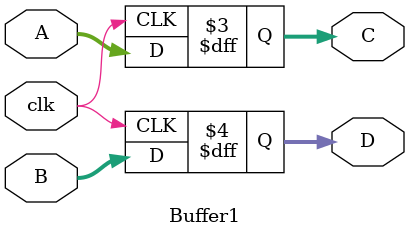
<source format=v>
`timescale 1ns/1ns

module Buffer1(
	input clk,
	input [31:0]A,
	input [31:0]B,
	output reg [31:0]C,
	output reg [31:0]D
);

initial 
begin	
	C = 32'd0;
	D = 32'd0;
end

always @(posedge clk)                                                                                               
begin 
	C = A;
	D = B;
end

endmodule


</source>
